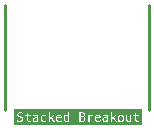
<source format=gto>
G04*
G04 #@! TF.GenerationSoftware,Altium Limited,Altium Designer,18.1.7 (191)*
G04*
G04 Layer_Color=65535*
%FSLAX24Y24*%
%MOIN*%
G70*
G01*
G75*
%ADD10C,0.0100*%
G36*
X7165Y926D02*
Y394D01*
X2900D01*
Y926D01*
X7165D01*
D02*
G37*
%LPC*%
G36*
X3201Y819D02*
X3103D01*
X3094Y818D01*
X3086Y818D01*
X3079Y816D01*
X3071Y815D01*
X3065Y813D01*
X3059Y811D01*
X3053Y808D01*
X3048Y806D01*
X3043Y804D01*
X3040Y801D01*
X3036Y799D01*
X3033Y797D01*
X3031Y796D01*
X3029Y794D01*
X3028Y794D01*
X3028Y793D01*
X3023Y788D01*
X3019Y783D01*
X3015Y778D01*
X3012Y772D01*
X3009Y767D01*
X3007Y761D01*
X3005Y755D01*
X3003Y750D01*
X3002Y745D01*
X3001Y740D01*
X3001Y736D01*
X3000Y733D01*
Y730D01*
X3000Y728D01*
Y726D01*
X3000Y720D01*
X3001Y714D01*
X3002Y709D01*
X3003Y703D01*
X3005Y698D01*
X3006Y694D01*
X3008Y690D01*
X3010Y686D01*
X3011Y683D01*
X3013Y680D01*
X3015Y678D01*
X3016Y676D01*
X3018Y674D01*
X3019Y673D01*
X3019Y672D01*
X3019Y672D01*
X3023Y669D01*
X3028Y665D01*
X3033Y662D01*
X3038Y659D01*
X3048Y654D01*
X3059Y650D01*
X3063Y648D01*
X3068Y647D01*
X3072Y645D01*
X3076Y644D01*
X3079Y644D01*
X3081Y643D01*
X3083Y643D01*
X3083D01*
X3105Y637D01*
X3111Y636D01*
X3116Y635D01*
X3121Y633D01*
X3125Y632D01*
X3129Y630D01*
X3132Y628D01*
X3135Y627D01*
X3138Y625D01*
X3141Y624D01*
X3142Y622D01*
X3145Y620D01*
X3147Y619D01*
X3148Y618D01*
X3152Y613D01*
X3155Y608D01*
X3157Y602D01*
X3159Y596D01*
X3160Y591D01*
X3160Y586D01*
X3160Y585D01*
Y584D01*
Y583D01*
Y583D01*
X3160Y578D01*
X3160Y574D01*
X3158Y565D01*
X3155Y558D01*
X3151Y553D01*
X3148Y548D01*
X3145Y545D01*
X3143Y543D01*
X3143Y543D01*
X3142Y542D01*
X3135Y537D01*
X3127Y534D01*
X3119Y532D01*
X3111Y530D01*
X3103Y529D01*
X3100Y528D01*
X3098D01*
X3095Y528D01*
X3092D01*
X3084Y528D01*
X3077Y529D01*
X3069Y530D01*
X3063Y532D01*
X3057Y533D01*
X3055Y533D01*
X3053Y534D01*
X3051Y534D01*
X3050Y535D01*
X3050Y535D01*
X3049D01*
X3041Y538D01*
X3033Y542D01*
X3025Y545D01*
X3018Y549D01*
X3012Y552D01*
X3010Y554D01*
X3008Y555D01*
X3006Y556D01*
X3005Y557D01*
X3004Y558D01*
X3004D01*
Y512D01*
X3012Y509D01*
X3020Y506D01*
X3028Y504D01*
X3034Y502D01*
X3040Y501D01*
X3042Y500D01*
X3044Y499D01*
X3046Y499D01*
X3047D01*
X3048Y499D01*
X3048D01*
X3057Y497D01*
X3065Y496D01*
X3072Y495D01*
X3079Y494D01*
X3084Y494D01*
X3087Y494D01*
X3093D01*
X3102Y494D01*
X3111Y495D01*
X3120Y496D01*
X3127Y498D01*
X3135Y499D01*
X3141Y501D01*
X3147Y503D01*
X3153Y506D01*
X3158Y508D01*
X3162Y510D01*
X3165Y511D01*
X3168Y514D01*
X3170Y515D01*
X3172Y516D01*
X3173Y517D01*
X3173Y517D01*
X3178Y522D01*
X3182Y527D01*
X3186Y532D01*
X3189Y538D01*
X3192Y543D01*
X3194Y549D01*
X3196Y554D01*
X3197Y560D01*
X3198Y565D01*
X3200Y570D01*
X3200Y574D01*
X3201Y578D01*
X3201Y581D01*
Y585D01*
X3201Y592D01*
X3200Y599D01*
X3199Y605D01*
X3198Y611D01*
X3196Y616D01*
X3195Y621D01*
X3193Y625D01*
X3191Y629D01*
X3189Y633D01*
X3187Y636D01*
X3185Y639D01*
X3184Y641D01*
X3183Y643D01*
X3182Y644D01*
X3181Y645D01*
X3181Y645D01*
X3177Y649D01*
X3172Y653D01*
X3167Y656D01*
X3162Y660D01*
X3152Y665D01*
X3141Y670D01*
X3136Y671D01*
X3132Y673D01*
X3127Y674D01*
X3124Y676D01*
X3121Y676D01*
X3119Y677D01*
X3117Y677D01*
X3117D01*
X3094Y683D01*
X3089Y684D01*
X3084Y685D01*
X3079Y687D01*
X3075Y688D01*
X3071Y690D01*
X3067Y692D01*
X3064Y693D01*
X3061Y694D01*
X3059Y696D01*
X3057Y697D01*
X3054Y699D01*
X3052Y700D01*
X3052Y701D01*
X3048Y705D01*
X3045Y710D01*
X3043Y715D01*
X3042Y721D01*
X3041Y725D01*
X3041Y729D01*
X3041Y730D01*
Y731D01*
Y732D01*
Y732D01*
X3041Y737D01*
X3041Y741D01*
X3043Y748D01*
X3046Y755D01*
X3049Y760D01*
X3052Y764D01*
X3055Y768D01*
X3057Y769D01*
X3058Y770D01*
X3058D01*
X3065Y775D01*
X3073Y778D01*
X3081Y781D01*
X3088Y782D01*
X3095Y784D01*
X3098Y784D01*
X3100D01*
X3102Y784D01*
X3105D01*
X3112Y784D01*
X3119Y783D01*
X3126Y782D01*
X3132Y781D01*
X3137Y780D01*
X3141Y779D01*
X3142Y778D01*
X3143Y778D01*
X3144Y778D01*
X3144D01*
X3151Y775D01*
X3158Y772D01*
X3165Y769D01*
X3171Y766D01*
X3176Y763D01*
X3179Y761D01*
X3181Y760D01*
X3182Y760D01*
X3183Y759D01*
X3183D01*
Y802D01*
X3175Y805D01*
X3167Y807D01*
X3160Y810D01*
X3153Y811D01*
X3148Y813D01*
X3146Y813D01*
X3144Y814D01*
X3143Y814D01*
X3142D01*
X3141Y814D01*
X3141D01*
X3133Y816D01*
X3126Y817D01*
X3120Y818D01*
X3115Y818D01*
X3110D01*
X3106Y819D01*
X3201D01*
D02*
G37*
G36*
X6463Y740D02*
X6461D01*
D01*
X6360D01*
X6461D01*
X6452Y740D01*
X6443Y739D01*
X6436Y738D01*
X6428Y736D01*
X6422Y733D01*
X6416Y730D01*
X6410Y728D01*
X6405Y725D01*
X6401Y721D01*
X6397Y719D01*
X6393Y716D01*
X6391Y713D01*
X6389Y712D01*
X6387Y710D01*
X6386Y709D01*
X6386Y709D01*
X6382Y702D01*
X6378Y696D01*
X6374Y688D01*
X6371Y681D01*
X6369Y673D01*
X6367Y666D01*
X6365Y658D01*
X6363Y651D01*
X6362Y644D01*
X6362Y638D01*
X6361Y632D01*
X6361Y627D01*
Y623D01*
X6360Y620D01*
Y494D01*
Y617D01*
X6361Y606D01*
X6361Y596D01*
X6363Y586D01*
X6365Y577D01*
X6366Y569D01*
X6368Y561D01*
X6371Y554D01*
X6373Y548D01*
X6376Y543D01*
X6378Y538D01*
X6380Y534D01*
X6382Y531D01*
X6384Y528D01*
X6385Y526D01*
X6386Y525D01*
X6386Y525D01*
X6391Y519D01*
X6397Y515D01*
X6402Y510D01*
X6409Y507D01*
X6415Y504D01*
X6421Y501D01*
X6427Y499D01*
X6433Y498D01*
X6438Y497D01*
X6444Y495D01*
X6448Y495D01*
X6453Y494D01*
X6456D01*
X6459Y494D01*
X6360D01*
X6461D01*
X6470Y494D01*
X6478Y495D01*
X6486Y497D01*
X6493Y499D01*
X6499Y501D01*
X6506Y504D01*
X6511Y507D01*
X6516Y509D01*
X6521Y512D01*
X6524Y515D01*
X6528Y518D01*
X6530Y520D01*
X6532Y522D01*
X6534Y524D01*
X6535Y525D01*
X6535Y525D01*
X6540Y531D01*
X6544Y538D01*
X6547Y545D01*
X6550Y553D01*
X6553Y560D01*
X6555Y568D01*
X6557Y576D01*
X6558Y583D01*
X6559Y590D01*
X6560Y596D01*
X6561Y602D01*
X6561Y607D01*
X6561Y611D01*
Y617D01*
X6561Y628D01*
X6560Y638D01*
X6559Y648D01*
X6557Y657D01*
X6555Y665D01*
X6553Y672D01*
X6551Y679D01*
X6548Y685D01*
X6546Y691D01*
X6544Y695D01*
X6541Y700D01*
X6539Y703D01*
X6538Y705D01*
X6536Y707D01*
X6536Y708D01*
X6535Y709D01*
X6530Y714D01*
X6524Y719D01*
X6519Y723D01*
X6513Y727D01*
X6506Y730D01*
X6500Y733D01*
X6494Y735D01*
X6488Y737D01*
X6482Y738D01*
X6477Y739D01*
X6473Y739D01*
X6469Y740D01*
X6465D01*
X6463Y740D01*
D02*
G37*
G36*
X4740Y826D02*
X4548D01*
D01*
X4702D01*
Y705D01*
X4698Y711D01*
X4694Y716D01*
X4690Y721D01*
X4685Y725D01*
X4682Y727D01*
X4679Y729D01*
X4677Y731D01*
X4676Y731D01*
X4676D01*
X4670Y734D01*
X4664Y737D01*
X4657Y738D01*
X4651Y739D01*
X4647Y740D01*
X4642Y740D01*
X4639D01*
X4631Y740D01*
X4624Y739D01*
X4617Y737D01*
X4610Y735D01*
X4605Y733D01*
X4599Y730D01*
X4594Y727D01*
X4590Y724D01*
X4585Y721D01*
X4582Y718D01*
X4579Y715D01*
X4576Y713D01*
X4574Y711D01*
X4573Y709D01*
X4572Y708D01*
X4572Y708D01*
X4568Y701D01*
X4564Y694D01*
X4561Y687D01*
X4558Y680D01*
X4556Y672D01*
X4554Y665D01*
X4552Y658D01*
X4551Y650D01*
X4550Y644D01*
X4549Y637D01*
X4548Y632D01*
X4548Y627D01*
X4548Y623D01*
Y618D01*
X4548Y607D01*
X4549Y597D01*
X4550Y588D01*
X4551Y579D01*
X4553Y571D01*
X4555Y564D01*
X4558Y557D01*
X4560Y550D01*
X4562Y545D01*
X4564Y540D01*
X4566Y536D01*
X4568Y533D01*
X4570Y530D01*
X4571Y528D01*
X4572Y527D01*
X4572Y527D01*
X4577Y521D01*
X4582Y516D01*
X4587Y511D01*
X4593Y508D01*
X4598Y505D01*
X4604Y502D01*
X4609Y500D01*
X4615Y498D01*
X4619Y497D01*
X4624Y495D01*
X4628Y495D01*
X4632Y494D01*
X4635Y494D01*
X4637Y494D01*
X4639D01*
X4647Y494D01*
X4653Y495D01*
X4660Y497D01*
X4665Y498D01*
X4669Y500D01*
X4673Y501D01*
X4675Y502D01*
X4676Y503D01*
X4682Y507D01*
X4687Y511D01*
X4691Y515D01*
X4695Y519D01*
X4698Y523D01*
X4700Y526D01*
X4701Y528D01*
X4702Y529D01*
Y500D01*
X4740D01*
Y826D01*
D02*
G37*
G36*
X5540Y740D02*
X5373D01*
D01*
X5489D01*
X5479Y740D01*
X5470Y738D01*
X5462Y736D01*
X5455Y734D01*
X5452Y732D01*
X5450Y731D01*
X5447Y730D01*
X5445Y729D01*
X5444Y728D01*
X5443Y728D01*
X5442Y727D01*
X5442D01*
X5435Y721D01*
X5429Y715D01*
X5424Y709D01*
X5420Y703D01*
X5417Y697D01*
X5415Y695D01*
X5414Y693D01*
X5413Y691D01*
X5413Y690D01*
X5412Y689D01*
Y735D01*
X5373D01*
Y500D01*
X5412D01*
Y617D01*
X5413Y624D01*
X5413Y632D01*
X5414Y638D01*
X5415Y645D01*
X5417Y651D01*
X5418Y656D01*
X5420Y661D01*
X5422Y665D01*
X5423Y669D01*
X5425Y672D01*
X5427Y675D01*
X5428Y678D01*
X5429Y679D01*
X5430Y681D01*
X5431Y681D01*
X5431Y682D01*
X5435Y686D01*
X5439Y689D01*
X5443Y693D01*
X5448Y695D01*
X5452Y697D01*
X5457Y699D01*
X5466Y702D01*
X5470Y703D01*
X5474Y704D01*
X5477Y704D01*
X5480Y704D01*
X5483Y705D01*
X5486D01*
X5492Y704D01*
X5497Y704D01*
X5502Y703D01*
X5506Y703D01*
X5509Y702D01*
X5512Y701D01*
X5514Y701D01*
X5514Y700D01*
X5519Y698D01*
X5524Y696D01*
X5528Y694D01*
X5532Y692D01*
X5535Y689D01*
X5538Y688D01*
X5539Y687D01*
X5540Y686D01*
Y517D01*
Y740D01*
D02*
G37*
G36*
X3710D02*
D01*
Y644D01*
X3709Y649D01*
X3709Y654D01*
Y658D01*
X3709Y662D01*
X3708Y665D01*
X3708Y668D01*
X3708Y671D01*
X3707Y673D01*
X3707Y675D01*
Y677D01*
X3706Y678D01*
X3706Y679D01*
Y680D01*
X3705Y685D01*
X3703Y690D01*
X3701Y695D01*
X3699Y698D01*
X3697Y702D01*
X3696Y704D01*
X3695Y705D01*
X3695Y706D01*
X3690Y712D01*
X3684Y717D01*
X3679Y722D01*
X3674Y725D01*
X3669Y728D01*
X3665Y730D01*
X3663Y731D01*
X3662Y731D01*
X3662Y732D01*
X3661D01*
X3653Y735D01*
X3645Y737D01*
X3637Y738D01*
X3629Y739D01*
X3625Y740D01*
X3622Y740D01*
X3619D01*
X3617Y740D01*
X3516D01*
X3605D01*
X3598Y740D01*
X3592Y739D01*
X3586Y738D01*
X3581Y738D01*
X3577Y737D01*
X3576Y737D01*
X3575D01*
X3574Y736D01*
X3574D01*
X3566Y735D01*
X3559Y733D01*
X3552Y731D01*
X3546Y729D01*
X3541Y727D01*
X3539Y726D01*
X3536Y726D01*
X3535Y725D01*
X3534Y725D01*
X3533Y724D01*
X3533D01*
Y686D01*
X3540Y689D01*
X3547Y693D01*
X3553Y696D01*
X3559Y698D01*
X3565Y700D01*
X3568Y701D01*
X3570Y701D01*
X3571Y702D01*
X3572Y702D01*
X3572D01*
X3579Y704D01*
X3586Y705D01*
X3593Y706D01*
X3599Y707D01*
X3604Y708D01*
X3607Y708D01*
X3617D01*
X3623Y707D01*
X3627Y707D01*
X3632Y706D01*
X3636Y705D01*
X3639Y704D01*
X3643Y703D01*
X3645Y702D01*
X3648Y700D01*
X3650Y699D01*
X3652Y698D01*
X3653Y697D01*
X3655Y696D01*
X3656Y695D01*
X3659Y693D01*
X3661Y689D01*
X3665Y683D01*
X3667Y676D01*
X3669Y670D01*
X3670Y664D01*
X3670Y661D01*
Y659D01*
X3671Y657D01*
Y655D01*
Y654D01*
Y654D01*
Y648D01*
X3619D01*
X3610Y648D01*
X3601Y647D01*
X3593Y646D01*
X3585Y645D01*
X3578Y643D01*
X3572Y642D01*
X3566Y640D01*
X3561Y638D01*
X3557Y636D01*
X3553Y634D01*
X3549Y633D01*
X3547Y631D01*
X3544Y629D01*
X3543Y629D01*
X3542Y628D01*
X3542Y628D01*
X3537Y624D01*
X3533Y619D01*
X3530Y615D01*
X3527Y610D01*
X3524Y605D01*
X3522Y600D01*
X3520Y595D01*
X3519Y590D01*
X3518Y586D01*
X3517Y582D01*
X3516Y578D01*
X3516Y575D01*
Y572D01*
X3516Y570D01*
Y568D01*
X3516Y562D01*
X3517Y556D01*
X3518Y550D01*
X3519Y545D01*
X3521Y540D01*
X3522Y536D01*
X3524Y532D01*
X3526Y528D01*
X3528Y525D01*
X3530Y522D01*
X3532Y519D01*
X3534Y518D01*
X3535Y516D01*
X3536Y515D01*
X3536Y514D01*
X3537Y514D01*
X3541Y510D01*
X3545Y507D01*
X3550Y505D01*
X3555Y502D01*
X3560Y500D01*
X3564Y499D01*
X3574Y496D01*
X3578Y495D01*
X3582Y495D01*
X3585Y494D01*
X3588Y494D01*
X3591Y494D01*
X3594D01*
X3604Y494D01*
X3612Y495D01*
X3620Y497D01*
X3627Y499D01*
X3632Y500D01*
X3634Y501D01*
X3636Y502D01*
X3638Y502D01*
X3639Y503D01*
X3639Y503D01*
X3640D01*
X3646Y508D01*
X3652Y512D01*
X3658Y518D01*
X3662Y523D01*
X3666Y527D01*
X3669Y531D01*
X3669Y532D01*
X3670Y533D01*
X3671Y534D01*
Y500D01*
X3710D01*
Y740D01*
D02*
G37*
G36*
X6561Y740D02*
D01*
Y637D01*
Y740D01*
D02*
G37*
G36*
X3787Y611D02*
Y610D01*
D01*
Y611D01*
D02*
G37*
G36*
X3969Y740D02*
X3787D01*
D01*
X3903D01*
X3893Y740D01*
X3883Y739D01*
X3875Y737D01*
X3867Y735D01*
X3859Y733D01*
X3852Y730D01*
X3846Y727D01*
X3840Y724D01*
X3835Y721D01*
X3830Y718D01*
X3827Y715D01*
X3823Y713D01*
X3821Y711D01*
X3819Y709D01*
X3818Y708D01*
X3818Y708D01*
X3813Y701D01*
X3808Y694D01*
X3804Y687D01*
X3800Y680D01*
X3797Y672D01*
X3795Y664D01*
X3793Y657D01*
X3791Y650D01*
X3790Y643D01*
X3789Y637D01*
X3788Y632D01*
X3788Y627D01*
Y622D01*
X3787Y619D01*
Y617D01*
X3788Y607D01*
X3789Y596D01*
X3790Y587D01*
X3792Y578D01*
X3794Y570D01*
X3797Y563D01*
X3800Y556D01*
X3803Y550D01*
X3805Y544D01*
X3808Y540D01*
X3811Y536D01*
X3813Y532D01*
X3815Y530D01*
X3816Y528D01*
X3818Y527D01*
X3818Y526D01*
X3824Y520D01*
X3830Y516D01*
X3837Y511D01*
X3844Y508D01*
X3851Y505D01*
X3858Y502D01*
X3865Y500D01*
X3872Y498D01*
X3878Y497D01*
X3884Y495D01*
X3889Y495D01*
X3894Y494D01*
X3898Y494D01*
X3900Y494D01*
X3903D01*
X3909Y494D01*
X3915Y494D01*
X3921Y495D01*
X3926Y496D01*
X3931Y497D01*
X3934Y498D01*
X3936Y498D01*
X3936Y498D01*
X3937D01*
X3943Y500D01*
X3949Y502D01*
X3954Y505D01*
X3959Y507D01*
X3963Y509D01*
X3966Y510D01*
X3968Y511D01*
X3969Y512D01*
Y552D01*
X3964Y547D01*
X3958Y543D01*
X3953Y540D01*
X3949Y537D01*
X3945Y535D01*
X3942Y533D01*
X3940Y533D01*
X3939Y532D01*
X3939D01*
X3933Y530D01*
X3926Y529D01*
X3921Y528D01*
X3915Y527D01*
X3910Y527D01*
X3906Y526D01*
X3903D01*
X3896Y527D01*
X3890Y527D01*
X3884Y528D01*
X3879Y530D01*
X3874Y532D01*
X3870Y534D01*
X3865Y536D01*
X3862Y538D01*
X3858Y540D01*
X3855Y543D01*
X3853Y544D01*
X3851Y546D01*
X3849Y548D01*
X3848Y549D01*
X3848Y550D01*
X3847Y550D01*
X3844Y554D01*
X3841Y560D01*
X3838Y565D01*
X3836Y570D01*
X3833Y582D01*
X3830Y592D01*
X3830Y597D01*
X3829Y602D01*
X3829Y606D01*
X3828Y610D01*
X3828Y613D01*
Y615D01*
Y617D01*
Y617D01*
X3828Y625D01*
X3829Y633D01*
X3830Y639D01*
X3831Y646D01*
X3832Y652D01*
X3834Y658D01*
X3836Y662D01*
X3838Y667D01*
X3839Y671D01*
X3841Y675D01*
X3843Y677D01*
X3844Y680D01*
X3846Y682D01*
X3847Y683D01*
X3847Y684D01*
X3847Y684D01*
X3851Y688D01*
X3855Y692D01*
X3860Y695D01*
X3864Y698D01*
X3869Y700D01*
X3873Y702D01*
X3882Y705D01*
X3887Y706D01*
X3890Y706D01*
X3894Y707D01*
X3897Y708D01*
X3899Y708D01*
X3903D01*
X3910Y708D01*
X3917Y707D01*
X3923Y706D01*
X3928Y705D01*
X3932Y704D01*
X3935Y703D01*
X3937Y702D01*
X3938Y702D01*
X3943Y699D01*
X3949Y696D01*
X3955Y693D01*
X3959Y690D01*
X3963Y687D01*
X3966Y684D01*
X3968Y683D01*
X3969Y682D01*
Y579D01*
Y740D01*
D02*
G37*
G36*
X3787Y575D02*
Y575D01*
D01*
Y575D01*
D02*
G37*
G36*
Y573D02*
D01*
D01*
D01*
D02*
G37*
G36*
Y536D02*
D01*
D01*
D01*
D02*
G37*
G36*
Y526D02*
Y525D01*
D01*
Y526D01*
D02*
G37*
G36*
X5277Y813D02*
X5074D01*
Y500D01*
X5166D01*
X5176Y500D01*
X5186Y501D01*
X5194Y502D01*
X5202Y503D01*
X5210Y505D01*
X5217Y507D01*
X5223Y509D01*
X5228Y511D01*
X5233Y513D01*
X5237Y515D01*
X5241Y517D01*
X5244Y518D01*
X5246Y519D01*
X5248Y520D01*
X5249Y521D01*
X5249Y522D01*
X5254Y526D01*
X5259Y531D01*
X5262Y535D01*
X5266Y541D01*
X5268Y546D01*
X5270Y551D01*
X5272Y557D01*
X5274Y562D01*
X5275Y567D01*
X5276Y571D01*
X5277Y575D01*
X5277Y579D01*
Y582D01*
X5277Y584D01*
Y514D01*
Y586D01*
X5277Y593D01*
X5277Y601D01*
X5276Y607D01*
X5275Y613D01*
X5273Y619D01*
X5272Y624D01*
X5270Y629D01*
X5269Y633D01*
X5267Y637D01*
X5265Y640D01*
X5264Y643D01*
X5262Y645D01*
X5261Y647D01*
X5260Y648D01*
X5260Y649D01*
X5260Y649D01*
X5256Y653D01*
X5253Y657D01*
X5249Y660D01*
X5245Y662D01*
X5237Y667D01*
X5229Y671D01*
X5222Y673D01*
X5219Y674D01*
X5217Y675D01*
X5215Y675D01*
X5213Y675D01*
X5212Y676D01*
X5211D01*
X5221Y678D01*
X5229Y681D01*
X5236Y684D01*
X5242Y688D01*
X5247Y691D01*
X5250Y694D01*
X5252Y696D01*
X5252Y696D01*
X5257Y703D01*
X5260Y709D01*
X5263Y715D01*
X5265Y721D01*
X5266Y726D01*
X5266Y730D01*
X5266Y731D01*
Y732D01*
Y733D01*
Y734D01*
X5266Y740D01*
X5265Y747D01*
X5264Y753D01*
X5262Y759D01*
X5260Y764D01*
X5258Y769D01*
X5256Y773D01*
X5253Y777D01*
X5251Y780D01*
X5249Y784D01*
X5246Y786D01*
X5244Y788D01*
X5243Y790D01*
X5241Y791D01*
X5241Y792D01*
X5240Y792D01*
X5235Y796D01*
X5229Y799D01*
X5224Y802D01*
X5218Y804D01*
X5211Y806D01*
X5205Y808D01*
X5193Y811D01*
X5188Y811D01*
X5183Y812D01*
X5178Y812D01*
X5174Y813D01*
X5170Y813D01*
X5277D01*
D01*
D02*
G37*
G36*
X5791Y740D02*
X5582D01*
X5692D01*
X5683Y740D01*
X5674Y739D01*
X5666Y737D01*
X5659Y735D01*
X5651Y733D01*
X5645Y730D01*
X5639Y727D01*
X5633Y724D01*
X5629Y720D01*
X5624Y718D01*
X5621Y715D01*
X5617Y712D01*
X5615Y710D01*
X5613Y708D01*
X5612Y707D01*
X5612Y707D01*
X5607Y700D01*
X5602Y693D01*
X5598Y686D01*
X5595Y679D01*
X5591Y671D01*
X5589Y664D01*
X5587Y657D01*
X5586Y650D01*
X5584Y643D01*
X5583Y637D01*
X5583Y631D01*
X5582Y627D01*
Y623D01*
X5582Y620D01*
Y617D01*
X5582Y607D01*
X5583Y597D01*
X5584Y587D01*
X5587Y579D01*
X5589Y570D01*
X5591Y563D01*
X5594Y557D01*
X5597Y550D01*
X5600Y545D01*
X5602Y540D01*
X5605Y536D01*
X5607Y533D01*
X5609Y530D01*
X5611Y528D01*
X5612Y527D01*
X5612Y527D01*
X5618Y521D01*
X5625Y516D01*
X5632Y511D01*
X5639Y508D01*
X5646Y505D01*
X5653Y502D01*
X5660Y500D01*
X5667Y498D01*
X5673Y497D01*
X5679Y496D01*
X5684Y495D01*
X5689Y495D01*
X5693Y494D01*
X5695Y494D01*
X5698D01*
X5705Y494D01*
X5712Y495D01*
X5719Y495D01*
X5725Y497D01*
X5730Y497D01*
X5732Y498D01*
X5734Y498D01*
X5735Y498D01*
X5736D01*
X5737Y499D01*
X5737D01*
X5745Y500D01*
X5753Y502D01*
X5760Y505D01*
X5766Y507D01*
X5772Y509D01*
X5774Y510D01*
X5776Y510D01*
X5778Y511D01*
X5779Y511D01*
X5779Y512D01*
X5780D01*
Y550D01*
X5771Y546D01*
X5764Y542D01*
X5756Y539D01*
X5750Y537D01*
X5744Y535D01*
X5742Y534D01*
X5740Y533D01*
X5739Y533D01*
X5738Y533D01*
X5737Y532D01*
X5737D01*
X5730Y531D01*
X5722Y529D01*
X5716Y528D01*
X5710Y527D01*
X5705Y527D01*
X5701Y527D01*
X5698D01*
X5692Y527D01*
X5685Y528D01*
X5680Y529D01*
X5674Y530D01*
X5669Y532D01*
X5664Y533D01*
X5660Y535D01*
X5656Y537D01*
X5653Y539D01*
X5650Y541D01*
X5648Y543D01*
X5646Y544D01*
X5644Y545D01*
X5643Y547D01*
X5642Y547D01*
X5642Y548D01*
X5638Y552D01*
X5635Y557D01*
X5633Y562D01*
X5631Y567D01*
X5629Y573D01*
X5627Y578D01*
X5625Y590D01*
X5625Y595D01*
X5624Y600D01*
Y605D01*
X5624Y609D01*
Y612D01*
Y615D01*
Y616D01*
Y617D01*
Y618D01*
X5791D01*
Y502D01*
Y740D01*
D02*
G37*
G36*
X7065Y801D02*
X6876D01*
D01*
X6939D01*
Y735D01*
X6876D01*
Y705D01*
X6939D01*
Y577D01*
X6939Y570D01*
X6939Y562D01*
X6941Y556D01*
X6942Y550D01*
X6943Y544D01*
X6944Y540D01*
X6946Y535D01*
X6948Y531D01*
X6949Y528D01*
X6951Y525D01*
X6952Y523D01*
X6954Y521D01*
X6955Y519D01*
X6956Y518D01*
X6956Y518D01*
X6956Y517D01*
X6960Y514D01*
X6964Y512D01*
X6969Y509D01*
X6974Y507D01*
X6984Y504D01*
X6994Y502D01*
X6998Y501D01*
X7003Y501D01*
X7007Y501D01*
X7011Y500D01*
X7013Y500D01*
X7065D01*
Y735D01*
Y735D01*
X6977D01*
Y801D01*
X7065D01*
D02*
G37*
G36*
X6810Y734D02*
X6631D01*
Y588D01*
X6631Y580D01*
X6632Y572D01*
X6633Y564D01*
X6634Y557D01*
X6635Y551D01*
X6637Y545D01*
X6638Y540D01*
X6640Y535D01*
X6641Y531D01*
X6643Y527D01*
X6644Y524D01*
X6646Y522D01*
X6647Y520D01*
X6648Y518D01*
X6648Y518D01*
X6648Y517D01*
X6652Y513D01*
X6656Y510D01*
X6660Y507D01*
X6664Y504D01*
X6669Y501D01*
X6673Y500D01*
X6682Y497D01*
X6686Y496D01*
X6690Y495D01*
X6693Y494D01*
X6696Y494D01*
X6699Y494D01*
X6702D01*
X6711Y494D01*
X6718Y495D01*
X6726Y497D01*
X6732Y499D01*
X6737Y501D01*
X6740Y502D01*
X6742Y503D01*
X6743Y504D01*
X6743Y504D01*
X6743D01*
X6750Y508D01*
X6755Y514D01*
X6760Y518D01*
X6764Y524D01*
X6767Y528D01*
X6770Y532D01*
X6770Y533D01*
X6771Y534D01*
X6772Y535D01*
Y500D01*
X6810D01*
Y734D01*
D02*
G37*
G36*
X6325Y826D02*
X6123D01*
Y500D01*
X6163D01*
Y594D01*
X6191Y621D01*
X6278Y500D01*
X6229D01*
X6325D01*
X6218Y646D01*
X6310Y735D01*
X6264D01*
X6163Y637D01*
Y826D01*
X6325D01*
D01*
D02*
G37*
G36*
X4257Y826D02*
X4055D01*
Y500D01*
X4094D01*
Y594D01*
X4123Y621D01*
X4210Y500D01*
X4257D01*
X4150Y646D01*
X4242Y735D01*
X4195D01*
X4094Y637D01*
Y826D01*
X4257D01*
D01*
D02*
G37*
G36*
X4498Y740D02*
X4289D01*
X4400D01*
X4391Y740D01*
X4382Y739D01*
X4374Y737D01*
X4366Y735D01*
X4359Y733D01*
X4352Y730D01*
X4346Y727D01*
X4341Y724D01*
X4336Y720D01*
X4331Y718D01*
X4328Y715D01*
X4325Y712D01*
X4322Y710D01*
X4321Y708D01*
X4320Y707D01*
X4319Y707D01*
X4314Y700D01*
X4309Y693D01*
X4305Y686D01*
X4302Y679D01*
X4299Y671D01*
X4296Y664D01*
X4295Y657D01*
X4293Y650D01*
X4292Y643D01*
X4291Y637D01*
X4290Y631D01*
X4289Y627D01*
Y623D01*
X4289Y620D01*
Y617D01*
X4289Y607D01*
X4290Y597D01*
X4292Y587D01*
X4294Y579D01*
X4296Y570D01*
X4299Y563D01*
X4302Y557D01*
X4304Y550D01*
X4307Y545D01*
X4310Y540D01*
X4313Y536D01*
X4315Y533D01*
X4317Y530D01*
X4318Y528D01*
X4319Y527D01*
X4320Y527D01*
X4326Y521D01*
X4332Y516D01*
X4339Y511D01*
X4346Y508D01*
X4353Y505D01*
X4360Y502D01*
X4367Y500D01*
X4374Y498D01*
X4380Y497D01*
X4386Y496D01*
X4392Y495D01*
X4396Y495D01*
X4400Y494D01*
X4403Y494D01*
X4405D01*
X4413Y494D01*
X4420Y495D01*
X4426Y495D01*
X4432Y497D01*
X4437Y497D01*
X4440Y498D01*
X4441Y498D01*
X4443Y498D01*
X4444D01*
X4445Y499D01*
X4445D01*
X4453Y500D01*
X4460Y502D01*
X4467Y505D01*
X4474Y507D01*
X4479Y509D01*
X4482Y510D01*
X4483Y510D01*
X4485Y511D01*
X4486Y511D01*
X4487Y512D01*
X4487D01*
Y550D01*
X4479Y546D01*
X4471Y542D01*
X4464Y539D01*
X4457Y537D01*
X4452Y535D01*
X4449Y534D01*
X4448Y533D01*
X4446Y533D01*
X4445Y533D01*
X4445Y532D01*
X4444D01*
X4437Y531D01*
X4430Y529D01*
X4423Y528D01*
X4417Y527D01*
X4413Y527D01*
X4409Y527D01*
X4406D01*
X4399Y527D01*
X4393Y528D01*
X4387Y529D01*
X4381Y530D01*
X4377Y532D01*
X4372Y533D01*
X4368Y535D01*
X4364Y537D01*
X4360Y539D01*
X4357Y541D01*
X4355Y543D01*
X4353Y544D01*
X4351Y545D01*
X4350Y547D01*
X4349Y547D01*
X4349Y548D01*
X4346Y552D01*
X4343Y557D01*
X4340Y562D01*
X4338Y567D01*
X4336Y573D01*
X4335Y578D01*
X4333Y590D01*
X4332Y595D01*
X4331Y600D01*
Y605D01*
X4331Y609D01*
Y612D01*
Y615D01*
Y616D01*
Y617D01*
Y618D01*
X4498D01*
Y500D01*
Y740D01*
D02*
G37*
G36*
X3446Y801D02*
X3257D01*
D01*
X3320D01*
Y735D01*
X3257D01*
Y705D01*
X3320D01*
Y577D01*
X3320Y570D01*
X3320Y562D01*
X3321Y556D01*
X3322Y550D01*
X3324Y544D01*
X3325Y540D01*
X3327Y535D01*
X3329Y531D01*
X3330Y528D01*
X3332Y525D01*
X3333Y523D01*
X3335Y521D01*
X3336Y519D01*
X3337Y518D01*
X3337Y518D01*
X3337Y517D01*
X3341Y514D01*
X3345Y512D01*
X3349Y509D01*
X3354Y507D01*
X3364Y504D01*
X3374Y502D01*
X3379Y501D01*
X3384Y501D01*
X3388Y501D01*
X3391Y500D01*
X3394Y500D01*
X3446D01*
Y739D01*
Y735D01*
X3358D01*
Y801D01*
X3446D01*
D02*
G37*
G36*
X6036Y740D02*
X5842Y740D01*
D01*
X5931Y740D01*
X5925Y740D01*
X5918Y739D01*
X5912Y738D01*
X5908Y738D01*
X5904Y737D01*
X5902Y737D01*
X5901D01*
X5901Y736D01*
X5900D01*
X5893Y735D01*
X5886Y733D01*
X5879Y731D01*
X5873Y729D01*
X5867Y727D01*
X5865Y726D01*
X5863Y726D01*
X5862Y725D01*
X5861Y725D01*
X5860Y724D01*
X5860Y724D01*
Y686D01*
X5867Y689D01*
X5874Y693D01*
X5880Y696D01*
X5886Y698D01*
X5891Y700D01*
X5895Y701D01*
X5896Y701D01*
X5897Y702D01*
X5898Y702D01*
X5898D01*
X5906Y704D01*
X5913Y705D01*
X5920Y706D01*
X5926Y707D01*
X5931Y708D01*
X5933Y708D01*
X5944D01*
X5949Y707D01*
X5954Y707D01*
X5958Y706D01*
X5962Y705D01*
X5966Y704D01*
X5969Y703D01*
X5972Y702D01*
X5974Y700D01*
X5977Y699D01*
X5979Y698D01*
X5980Y697D01*
X5982Y696D01*
X5983Y695D01*
X5985Y693D01*
X5988Y689D01*
X5991Y683D01*
X5994Y676D01*
X5995Y670D01*
X5997Y664D01*
X5997Y661D01*
Y659D01*
X5997Y657D01*
Y655D01*
Y654D01*
Y654D01*
Y648D01*
X5946D01*
X5936Y648D01*
X5928Y647D01*
X5920Y646D01*
X5912Y645D01*
X5905Y643D01*
X5899Y642D01*
X5893Y640D01*
X5888Y638D01*
X5883Y636D01*
X5879Y634D01*
X5876Y633D01*
X5873Y631D01*
X5871Y629D01*
X5870Y629D01*
X5869Y628D01*
X5868Y628D01*
X5864Y624D01*
X5860Y619D01*
X5856Y615D01*
X5853Y610D01*
X5851Y605D01*
X5849Y600D01*
X5847Y595D01*
X5845Y590D01*
X5844Y586D01*
X5844Y582D01*
X5843Y578D01*
X5843Y575D01*
Y572D01*
X5842Y570D01*
Y568D01*
X5843Y562D01*
X5843Y556D01*
X5844Y550D01*
X5846Y545D01*
X5847Y540D01*
X5849Y536D01*
X5851Y532D01*
X5853Y528D01*
X5855Y525D01*
X5857Y522D01*
X5859Y519D01*
X5860Y518D01*
X5861Y516D01*
X5862Y515D01*
X5863Y514D01*
X5863Y514D01*
X5868Y510D01*
X5872Y507D01*
X5877Y505D01*
X5881Y502D01*
X5886Y500D01*
X5891Y499D01*
X5900Y496D01*
X5904Y495D01*
X5908Y495D01*
X5912Y494D01*
X5915Y494D01*
X5917Y494D01*
X5921D01*
X5930Y494D01*
X5939Y495D01*
X5947Y497D01*
X5953Y499D01*
X5959Y500D01*
X5961Y501D01*
X5963Y502D01*
X5964Y502D01*
X5965Y503D01*
X5966Y503D01*
X5966D01*
X5973Y508D01*
X5979Y512D01*
X5984Y518D01*
X5989Y523D01*
X5993Y527D01*
X5995Y531D01*
X5996Y532D01*
X5997Y533D01*
X5997Y534D01*
Y500D01*
X6036D01*
Y494D01*
Y740D01*
D02*
G37*
%LPD*%
G36*
X6466Y708D02*
X6471Y707D01*
X6476Y706D01*
X6480Y704D01*
X6488Y701D01*
X6494Y696D01*
X6499Y692D01*
X6501Y690D01*
X6502Y688D01*
X6504Y687D01*
X6504Y686D01*
X6505Y685D01*
Y685D01*
X6508Y680D01*
X6510Y676D01*
X6514Y665D01*
X6517Y653D01*
X6519Y642D01*
X6519Y637D01*
X6520Y633D01*
X6520Y628D01*
Y624D01*
X6520Y621D01*
Y619D01*
Y618D01*
Y617D01*
Y609D01*
X6520Y601D01*
X6519Y594D01*
X6518Y587D01*
X6517Y582D01*
X6515Y576D01*
X6514Y571D01*
X6513Y566D01*
X6511Y562D01*
X6510Y559D01*
X6509Y556D01*
X6507Y553D01*
X6506Y552D01*
X6506Y550D01*
X6505Y550D01*
X6505Y549D01*
X6502Y545D01*
X6499Y542D01*
X6495Y539D01*
X6492Y536D01*
X6488Y534D01*
X6485Y532D01*
X6477Y529D01*
X6471Y528D01*
X6468Y527D01*
X6465Y527D01*
X6463Y526D01*
X6461D01*
X6455Y527D01*
X6450Y527D01*
X6446Y528D01*
X6441Y530D01*
X6434Y534D01*
X6427Y538D01*
X6422Y542D01*
X6421Y544D01*
X6419Y546D01*
X6418Y547D01*
X6417Y548D01*
X6417Y549D01*
X6416Y549D01*
X6413Y554D01*
X6411Y559D01*
X6408Y569D01*
X6405Y581D01*
X6403Y592D01*
X6403Y597D01*
X6402Y602D01*
X6402Y606D01*
Y610D01*
X6401Y613D01*
Y615D01*
Y617D01*
Y617D01*
X6402Y625D01*
X6402Y633D01*
X6403Y640D01*
X6404Y647D01*
X6405Y653D01*
X6406Y658D01*
X6408Y663D01*
X6409Y668D01*
X6410Y672D01*
X6411Y675D01*
X6413Y678D01*
X6414Y681D01*
X6415Y683D01*
X6416Y684D01*
X6416Y685D01*
Y685D01*
X6419Y689D01*
X6422Y693D01*
X6426Y696D01*
X6429Y698D01*
X6433Y701D01*
X6437Y702D01*
X6444Y705D01*
X6451Y707D01*
X6453Y707D01*
X6456Y708D01*
X6458Y708D01*
X6461D01*
X6466Y708D01*
D02*
G37*
G36*
X4650Y708D02*
X4654Y707D01*
X4659Y706D01*
X4663Y704D01*
X4670Y701D01*
X4676Y696D01*
X4681Y692D01*
X4684Y688D01*
X4685Y687D01*
X4686Y686D01*
X4687Y685D01*
Y685D01*
X4690Y680D01*
X4692Y675D01*
X4695Y664D01*
X4698Y653D01*
X4700Y642D01*
X4700Y637D01*
X4701Y632D01*
X4701Y628D01*
Y624D01*
X4702Y621D01*
Y619D01*
Y617D01*
Y617D01*
Y609D01*
X4701Y601D01*
X4700Y594D01*
X4699Y588D01*
X4698Y582D01*
X4697Y576D01*
X4696Y571D01*
X4694Y567D01*
X4693Y562D01*
X4692Y559D01*
X4690Y556D01*
X4689Y554D01*
X4688Y552D01*
X4687Y550D01*
X4687Y550D01*
X4687Y549D01*
X4684Y545D01*
X4681Y542D01*
X4677Y539D01*
X4674Y536D01*
X4670Y534D01*
X4667Y532D01*
X4660Y529D01*
X4654Y528D01*
X4651Y527D01*
X4649Y527D01*
X4647Y526D01*
X4644D01*
X4639Y527D01*
X4635Y527D01*
X4630Y528D01*
X4626Y530D01*
X4619Y534D01*
X4613Y538D01*
X4608Y542D01*
X4605Y545D01*
X4604Y547D01*
X4603Y548D01*
X4603Y549D01*
X4602Y549D01*
X4600Y553D01*
X4598Y558D01*
X4594Y569D01*
X4592Y580D01*
X4590Y592D01*
X4589Y597D01*
X4589Y601D01*
X4589Y606D01*
Y610D01*
X4588Y613D01*
Y615D01*
Y617D01*
Y617D01*
Y625D01*
X4589Y633D01*
X4590Y640D01*
X4590Y647D01*
X4592Y653D01*
X4593Y658D01*
X4594Y663D01*
X4596Y668D01*
X4597Y672D01*
X4598Y675D01*
X4599Y678D01*
X4600Y681D01*
X4601Y683D01*
X4602Y684D01*
X4602Y685D01*
Y685D01*
X4605Y689D01*
X4608Y693D01*
X4611Y696D01*
X4615Y698D01*
X4618Y701D01*
X4622Y702D01*
X4629Y705D01*
X4635Y707D01*
X4637Y707D01*
X4640Y708D01*
X4642Y708D01*
X4644D01*
X4650Y708D01*
D02*
G37*
G36*
X5540Y726D02*
X5536Y728D01*
X5531Y731D01*
X5527Y732D01*
X5523Y734D01*
X5520Y735D01*
X5518Y736D01*
X5516Y737D01*
X5516D01*
X5511Y738D01*
X5506Y739D01*
X5502Y739D01*
X5498Y740D01*
X5495D01*
X5492Y740D01*
X5540D01*
Y726D01*
D02*
G37*
G36*
X3671Y609D02*
X3670Y602D01*
X3670Y595D01*
X3669Y589D01*
X3668Y583D01*
X3666Y578D01*
X3665Y573D01*
X3663Y568D01*
X3661Y564D01*
X3660Y560D01*
X3658Y557D01*
X3656Y554D01*
X3655Y552D01*
X3654Y550D01*
X3653Y549D01*
X3652Y548D01*
X3652Y548D01*
X3649Y544D01*
X3645Y541D01*
X3641Y538D01*
X3637Y535D01*
X3633Y533D01*
X3628Y531D01*
X3620Y529D01*
X3613Y527D01*
X3610Y527D01*
X3607Y526D01*
X3605Y526D01*
X3602D01*
X3594Y526D01*
X3587Y528D01*
X3581Y529D01*
X3576Y532D01*
X3572Y534D01*
X3569Y536D01*
X3567Y537D01*
X3567Y537D01*
X3562Y542D01*
X3559Y548D01*
X3557Y553D01*
X3556Y558D01*
X3555Y563D01*
X3555Y567D01*
X3554Y568D01*
Y569D01*
Y570D01*
Y570D01*
X3555Y575D01*
X3555Y579D01*
X3557Y586D01*
X3560Y592D01*
X3563Y597D01*
X3566Y601D01*
X3568Y604D01*
X3570Y605D01*
X3571Y606D01*
X3571D01*
X3575Y608D01*
X3578Y610D01*
X3586Y613D01*
X3595Y615D01*
X3603Y617D01*
X3610Y617D01*
X3613Y618D01*
X3616D01*
X3619Y618D01*
X3671D01*
Y609D01*
D02*
G37*
G36*
X3969Y723D02*
X3963Y726D01*
X3957Y729D01*
X3951Y731D01*
X3946Y733D01*
X3942Y734D01*
X3939Y735D01*
X3937Y736D01*
X3936Y736D01*
X3936D01*
X3930Y737D01*
X3924Y739D01*
X3919Y739D01*
X3913Y740D01*
X3909Y740D01*
X3906Y740D01*
X3969D01*
Y723D01*
D02*
G37*
G36*
X5176Y778D02*
X5181Y777D01*
X5185Y777D01*
X5190Y776D01*
X5193Y775D01*
X5197Y774D01*
X5199Y773D01*
X5202Y772D01*
X5204Y771D01*
X5206Y770D01*
X5208Y769D01*
X5209Y768D01*
X5210Y768D01*
X5215Y763D01*
X5218Y758D01*
X5220Y752D01*
X5222Y747D01*
X5223Y742D01*
X5223Y737D01*
X5224Y736D01*
Y735D01*
Y734D01*
Y734D01*
X5223Y727D01*
X5221Y721D01*
X5219Y716D01*
X5217Y712D01*
X5214Y709D01*
X5212Y706D01*
X5210Y704D01*
X5210Y704D01*
X5207Y702D01*
X5204Y700D01*
X5197Y697D01*
X5190Y695D01*
X5182Y694D01*
X5176Y693D01*
X5173Y693D01*
X5170D01*
X5168Y692D01*
X5116D01*
Y778D01*
X5171D01*
X5176Y778D01*
D02*
G37*
G36*
X5178Y657D02*
X5184Y657D01*
X5189Y655D01*
X5194Y654D01*
X5198Y653D01*
X5202Y652D01*
X5205Y651D01*
X5208Y649D01*
X5211Y648D01*
X5213Y647D01*
X5215Y646D01*
X5216Y645D01*
X5217Y644D01*
X5218Y644D01*
X5218Y643D01*
X5221Y641D01*
X5224Y637D01*
X5226Y633D01*
X5228Y629D01*
X5231Y620D01*
X5233Y611D01*
X5233Y607D01*
X5234Y603D01*
X5234Y599D01*
Y596D01*
X5235Y594D01*
Y592D01*
Y590D01*
Y590D01*
Y585D01*
X5234Y579D01*
X5233Y575D01*
X5232Y571D01*
X5231Y567D01*
X5229Y564D01*
X5228Y560D01*
X5227Y558D01*
X5224Y553D01*
X5221Y550D01*
X5219Y548D01*
X5219Y548D01*
X5219D01*
X5216Y545D01*
X5212Y543D01*
X5204Y540D01*
X5195Y538D01*
X5187Y536D01*
X5183Y536D01*
X5179Y535D01*
X5175Y535D01*
X5172D01*
X5170Y535D01*
X5116D01*
Y658D01*
X5173D01*
X5178Y657D01*
D02*
G37*
G36*
X5696Y708D02*
X5701Y707D01*
X5709Y705D01*
X5717Y702D01*
X5723Y699D01*
X5728Y695D01*
X5731Y693D01*
X5733Y690D01*
X5734Y690D01*
Y690D01*
X5739Y683D01*
X5743Y676D01*
X5746Y669D01*
X5749Y662D01*
X5750Y657D01*
X5751Y654D01*
X5751Y652D01*
X5752Y650D01*
X5752Y649D01*
Y648D01*
Y648D01*
X5625D01*
X5625Y652D01*
X5626Y656D01*
X5629Y664D01*
X5632Y671D01*
X5635Y677D01*
X5639Y682D01*
X5640Y684D01*
X5642Y686D01*
X5643Y687D01*
X5644Y688D01*
X5644Y689D01*
X5644Y689D01*
X5648Y693D01*
X5652Y695D01*
X5656Y698D01*
X5659Y700D01*
X5667Y703D01*
X5674Y705D01*
X5681Y707D01*
X5684Y707D01*
X5686Y708D01*
X5688Y708D01*
X5691D01*
X5696Y708D01*
D02*
G37*
G36*
X5791Y637D02*
X5790Y645D01*
X5789Y652D01*
X5787Y660D01*
X5785Y666D01*
X5783Y673D01*
X5781Y679D01*
X5778Y684D01*
X5776Y689D01*
X5774Y694D01*
X5771Y698D01*
X5769Y702D01*
X5767Y705D01*
X5765Y707D01*
X5764Y709D01*
X5763Y710D01*
X5763Y710D01*
X5758Y715D01*
X5752Y720D01*
X5747Y724D01*
X5741Y728D01*
X5735Y730D01*
X5729Y733D01*
X5724Y735D01*
X5718Y737D01*
X5713Y738D01*
X5708Y739D01*
X5703Y739D01*
X5700Y740D01*
X5697D01*
X5694Y740D01*
X5791D01*
Y637D01*
D02*
G37*
G36*
X7065Y531D02*
X7017D01*
X7013Y531D01*
X7006Y533D01*
X7000Y534D01*
X6995Y536D01*
X6992Y538D01*
X6989Y540D01*
X6987Y541D01*
X6987Y541D01*
X6985Y543D01*
X6984Y545D01*
X6981Y551D01*
X6980Y557D01*
X6979Y563D01*
X6978Y569D01*
X6978Y571D01*
X6977Y573D01*
Y575D01*
Y576D01*
Y577D01*
Y577D01*
Y705D01*
X7065D01*
Y531D01*
D02*
G37*
G36*
X6772Y601D02*
Y595D01*
X6771Y589D01*
X6770Y583D01*
X6769Y578D01*
X6768Y573D01*
X6767Y568D01*
X6766Y564D01*
X6764Y560D01*
X6763Y557D01*
X6761Y554D01*
X6760Y552D01*
X6759Y550D01*
X6758Y549D01*
X6758Y548D01*
X6757Y547D01*
X6757Y547D01*
X6754Y543D01*
X6751Y540D01*
X6748Y538D01*
X6744Y535D01*
X6738Y532D01*
X6731Y530D01*
X6725Y528D01*
X6722Y528D01*
X6720Y528D01*
X6718Y527D01*
X6715D01*
X6707Y528D01*
X6700Y530D01*
X6694Y532D01*
X6689Y535D01*
X6685Y537D01*
X6683Y540D01*
X6681Y541D01*
X6681Y542D01*
X6679Y545D01*
X6677Y548D01*
X6674Y556D01*
X6672Y563D01*
X6671Y571D01*
X6670Y578D01*
X6670Y581D01*
Y583D01*
X6670Y585D01*
Y587D01*
Y588D01*
Y588D01*
Y734D01*
X6772D01*
Y601D01*
D02*
G37*
G36*
X4403Y708D02*
X4408Y707D01*
X4417Y705D01*
X4424Y702D01*
X4430Y699D01*
X4435Y695D01*
X4439Y693D01*
X4441Y690D01*
X4441Y690D01*
Y690D01*
X4447Y683D01*
X4451Y676D01*
X4454Y669D01*
X4456Y662D01*
X4458Y657D01*
X4458Y654D01*
X4459Y652D01*
X4459Y650D01*
X4459Y649D01*
Y648D01*
Y648D01*
X4332D01*
X4333Y652D01*
X4334Y656D01*
X4336Y664D01*
X4339Y671D01*
X4343Y677D01*
X4346Y682D01*
X4348Y684D01*
X4349Y686D01*
X4350Y687D01*
X4351Y688D01*
X4352Y689D01*
X4352Y689D01*
X4355Y693D01*
X4359Y695D01*
X4363Y698D01*
X4367Y700D01*
X4374Y703D01*
X4382Y705D01*
X4388Y707D01*
X4391Y707D01*
X4394Y708D01*
X4395Y708D01*
X4398D01*
X4403Y708D01*
D02*
G37*
G36*
X4498Y637D02*
X4497Y645D01*
X4496Y652D01*
X4495Y660D01*
X4493Y666D01*
X4491Y673D01*
X4489Y679D01*
X4486Y684D01*
X4483Y689D01*
X4481Y694D01*
X4479Y698D01*
X4476Y702D01*
X4474Y705D01*
X4473Y707D01*
X4471Y709D01*
X4471Y710D01*
X4470Y710D01*
X4465Y715D01*
X4460Y720D01*
X4454Y724D01*
X4448Y728D01*
X4442Y730D01*
X4437Y733D01*
X4431Y735D01*
X4425Y737D01*
X4420Y738D01*
X4415Y739D01*
X4411Y739D01*
X4407Y740D01*
X4404D01*
X4402Y740D01*
X4498D01*
Y637D01*
D02*
G37*
G36*
X3446Y531D02*
X3398D01*
X3393Y531D01*
X3387Y533D01*
X3381Y534D01*
X3376Y536D01*
X3372Y538D01*
X3370Y540D01*
X3368Y541D01*
X3368Y541D01*
X3366Y543D01*
X3365Y545D01*
X3362Y551D01*
X3361Y557D01*
X3359Y563D01*
X3359Y569D01*
X3358Y571D01*
X3358Y573D01*
Y575D01*
Y576D01*
Y577D01*
Y577D01*
Y705D01*
X3446D01*
Y531D01*
D02*
G37*
G36*
X6036Y644D02*
X6036Y649D01*
X6036Y654D01*
Y658D01*
X6035Y662D01*
X6035Y665D01*
X6035Y668D01*
X6034Y671D01*
X6034Y673D01*
X6033Y675D01*
Y677D01*
X6033Y678D01*
X6033Y679D01*
Y680D01*
X6031Y685D01*
X6030Y690D01*
X6028Y695D01*
X6026Y698D01*
X6024Y702D01*
X6023Y704D01*
X6022Y705D01*
X6021Y706D01*
X6016Y712D01*
X6011Y717D01*
X6005Y722D01*
X6000Y725D01*
X5995Y728D01*
X5991Y730D01*
X5990Y731D01*
X5989Y731D01*
X5988Y732D01*
X5988D01*
X5980Y735D01*
X5972Y737D01*
X5963Y738D01*
X5955Y739D01*
X5952Y740D01*
X5949Y740D01*
X5946D01*
X5943Y740D01*
X6036D01*
Y644D01*
D02*
G37*
G36*
X5997Y609D02*
X5997Y602D01*
X5996Y595D01*
X5996Y589D01*
X5994Y583D01*
X5993Y578D01*
X5991Y573D01*
X5990Y568D01*
X5988Y564D01*
X5986Y560D01*
X5985Y557D01*
X5983Y554D01*
X5981Y552D01*
X5980Y550D01*
X5979Y549D01*
X5979Y548D01*
X5979Y548D01*
X5975Y544D01*
X5971Y541D01*
X5967Y538D01*
X5963Y535D01*
X5959Y533D01*
X5955Y531D01*
X5947Y529D01*
X5940Y527D01*
X5937Y527D01*
X5934Y526D01*
X5932Y526D01*
X5929D01*
X5921Y526D01*
X5914Y528D01*
X5908Y529D01*
X5903Y532D01*
X5898Y534D01*
X5896Y536D01*
X5894Y537D01*
X5893Y537D01*
X5889Y542D01*
X5886Y548D01*
X5884Y553D01*
X5883Y558D01*
X5881Y563D01*
X5881Y567D01*
X5881Y568D01*
Y569D01*
Y570D01*
Y570D01*
X5881Y575D01*
X5881Y579D01*
X5884Y586D01*
X5886Y592D01*
X5889Y597D01*
X5893Y601D01*
X5895Y604D01*
X5897Y605D01*
X5897Y606D01*
X5898D01*
X5901Y608D01*
X5905Y610D01*
X5913Y613D01*
X5921Y615D01*
X5929Y617D01*
X5937Y617D01*
X5940Y618D01*
X5943D01*
X5945Y618D01*
X5997D01*
Y609D01*
D02*
G37*
D10*
X7400Y900D02*
Y4400D01*
X2600Y900D02*
Y4400D01*
M02*

</source>
